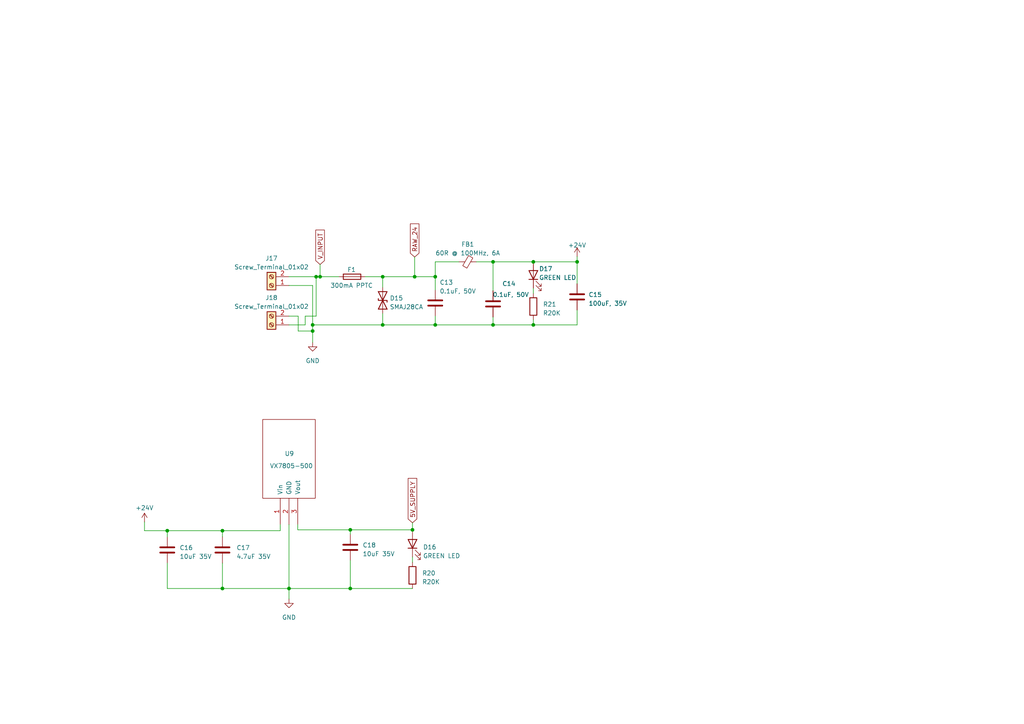
<source format=kicad_sch>
(kicad_sch (version 20230121) (generator eeschema)
  (paper "A4")
  (lib_symbols
    (symbol "LaserBoardR5:1.5KExxCA" (pin_numbers hide) (pin_names (offset 1.016) hide)
      (property "Reference" "D" (at 0 2.54 0))
      (property "Value" "1.5KExxCA" (at 0 -2.54 0))
      (symbol "1.5KExxCA_0_1"
        (polyline (pts (xy 1.27 0) (xy -1.27 0)))
        (polyline (pts (xy -2.54 -1.27) (xy 0 0) (xy -2.54 1.27) (xy -2.54 -1.27)) (stroke (width 0.254)))
        (polyline (pts (xy 0.508 1.27) (xy 0 1.27) (xy 0 -1.27) (xy -0.508 -1.27)) (stroke (width 0.254)))
        (polyline (pts (xy 2.54 1.27) (xy 2.54 -1.27) (xy 0 0) (xy 2.54 1.27)) (stroke (width 0.254)))
      )
      (symbol "1.5KExxCA_1_1"
        (pin passive line (at -3.81 0 0) (length 2.54) (name "A1") (number "1"))
        (pin passive line (at 3.81 0 180) (length 2.54) (name "A2") (number "2"))
      )
    )
    (symbol "LaserBoardR5:C" (pin_numbers hide) (pin_names (offset 0.254))
      (property "Reference" "C" (at 0.635 2.54 0))
      (property "Value" "C" (at 0.635 -2.54 0))
      (symbol "C_0_1"
        (polyline (pts (xy -2.032 -0.762) (xy 2.032 -0.762)) (stroke (width 0.508)))
        (polyline (pts (xy -2.032 0.762) (xy 2.032 0.762)) (stroke (width 0.508)))
      )
      (symbol "C_1_1"
        (pin passive line (at 0 3.81 270) (length 2.794) (name "~") (number "1"))
        (pin passive line (at 0 -3.81 90) (length 2.794) (name "~") (number "2"))
      )
    )
    (symbol "LaserBoardR5:FerriteBead_Small" (pin_numbers hide) (pin_names (offset 0))
      (property "Reference" "FB" (at 1.905 1.27 0))
      (property "Value" "FerriteBead_Small" (at 1.905 -1.27 0))
      (symbol "FerriteBead_Small_0_1"
        (polyline (pts (xy 0 -1.27) (xy 0 -0.7874)))
        (polyline (pts (xy 0 0.889) (xy 0 1.2954)))
        (polyline (pts (xy -1.8288 0.2794) (xy -1.1176 1.4986) (xy 1.8288 -0.2032) (xy 1.1176 -1.4224) (xy -1.8288 0.2794)))
      )
      (symbol "FerriteBead_Small_1_1"
        (pin passive line (at 0 2.54 270) (length 1.27) (name "~") (number "1"))
        (pin passive line (at 0 -2.54 90) (length 1.27) (name "~") (number "2"))
      )
    )
    (symbol "LaserBoardR5:Fuse" (pin_numbers hide) (pin_names (offset 0))
      (property "Reference" "F" (at 2.032 0 90))
      (property "Value" "Fuse" (at -1.905 0 90))
      (symbol "Fuse_0_1"
        (rectangle (start -0.762 -2.54) (end 0.762 2.54) (stroke (width 0.254)))
        (polyline (pts (xy 0 2.54) (xy 0 -2.54)))
      )
      (symbol "Fuse_1_1"
        (pin passive line (at 0 3.81 270) (length 1.27) (name "~") (number "1"))
        (pin passive line (at 0 -3.81 90) (length 1.27) (name "~") (number "2"))
      )
    )
    (symbol "LaserBoardR5:LED" (pin_numbers hide) (pin_names (offset 1.016) hide)
      (property "Reference" "D" (at 0 2.54 0))
      (property "Value" "LED" (at 0 -2.54 0))
      (symbol "LED_0_1"
        (polyline (pts (xy -1.27 -1.27) (xy -1.27 1.27)) (stroke (width 0.254)))
        (polyline (pts (xy -1.27 0) (xy 1.27 0)))
        (polyline (pts (xy 1.27 -1.27) (xy 1.27 1.27) (xy -1.27 0) (xy 1.27 -1.27)) (stroke (width 0.254)))
        (polyline (pts (xy -3.048 -0.762) (xy -4.572 -2.286) (xy -3.81 -2.286) (xy -4.572 -2.286) (xy -4.572 -1.524)))
        (polyline (pts (xy -1.778 -0.762) (xy -3.302 -2.286) (xy -2.54 -2.286) (xy -3.302 -2.286) (xy -3.302 -1.524)))
      )
      (symbol "LED_1_1"
        (pin passive line (at -3.81 0 0) (length 2.54) (name "K") (number "1"))
        (pin passive line (at 3.81 0 180) (length 2.54) (name "A") (number "2"))
      )
    )
    (symbol "LaserBoardR5:R" (pin_numbers hide) (pin_names (offset 0))
      (property "Reference" "R" (at 2.032 0 90))
      (property "Value" "R" (at 0 0 90))
      (symbol "R_0_1"
        (rectangle (start -1.016 -2.54) (end 1.016 2.54) (stroke (width 0.254)))
      )
      (symbol "R_1_1"
        (pin passive line (at 0 3.81 270) (length 1.27) (name "~") (number "1"))
        (pin passive line (at 0 -3.81 90) (length 1.27) (name "~") (number "2"))
      )
    )
    (symbol "LaserBoardR5:Screw_Terminal_01x02" (pin_names (offset 1.016) hide)
      (property "Reference" "J" (at 0 2.54 0))
      (property "Value" "Screw_Terminal_01x02" (at 0 -5.08 0))
      (symbol "Screw_Terminal_01x02_1_1"
        (rectangle (start -1.27 1.27) (end 1.27 -3.81) (stroke (width 0.254)) (fill (type background)))
        (circle (center 0 -2.54) (radius 0.635) (stroke (width 0.1524)))
        (polyline (pts (xy -0.5334 -2.2098) (xy 0.3302 -3.048)) (stroke (width 0.1524)))
        (polyline (pts (xy -0.5334 0.3302) (xy 0.3302 -0.508)) (stroke (width 0.1524)))
        (polyline (pts (xy -0.3556 -2.032) (xy 0.508 -2.8702)) (stroke (width 0.1524)))
        (polyline (pts (xy -0.3556 0.508) (xy 0.508 -0.3302)) (stroke (width 0.1524)))
        (circle (center 0 0) (radius 0.635) (stroke (width 0.1524)))
        (pin passive line (at -5.08 0 0) (length 3.81) (name "Pin_1") (number "1"))
        (pin passive line (at -5.08 -2.54 0) (length 3.81) (name "Pin_2") (number "2"))
      )
    )
    (symbol "LaserBoardR5:VX7805-500" (pin_names (offset 1.016))
      (property "Reference" "U" (at 0 -2.54 0))
      (property "Value" "VX7805-500" (at 0 2.54 0))
      (symbol "VX7805-500_1_0"
        (rectangle (start -11.43 -7.62) (end 11.43 7.62))
      )
      (symbol "VX7805-500_1_1"
        (pin power_in line (at -19.05 2.54 0) (length 7.62) (name "Vin") (number "1"))
        (pin unspecified line (at -19.05 0 0) (length 7.62) (name "GND") (number "2"))
        (pin power_out line (at -19.05 -2.54 0) (length 7.62) (name "Vout") (number "3"))
      )
    )
    (symbol "power:+24V" (power) (pin_names (offset 0))
      (property "Value" "+24V" (at 0 3.556 0))
      (symbol "+24V_0_1"
        (polyline (pts (xy -0.762 1.27) (xy 0 2.54)))
        (polyline (pts (xy 0 0) (xy 0 2.54)))
        (polyline (pts (xy 0 2.54) (xy 0.762 1.27)))
      )
      (symbol "+24V_1_1"
        (pin power_in line (at 0 0 90) (length 0) hide (name "+24V") (number "1"))
      )
    )
    (symbol "power:GND" (power) (pin_names (offset 0))
      (property "Value" "GND" (at 0 -3.81 0))
      (symbol "GND_0_1"
        (polyline (pts (xy 0 0) (xy 0 -1.27) (xy 1.27 -1.27) (xy 0 -2.54) (xy -1.27 -1.27) (xy 0 -1.27)))
      )
      (symbol "GND_1_1"
        (pin power_in line (at 0 0 270) (length 0) hide (name "GND") (number "1"))
      )
    )
  )
  (junction (at 64.516 170.688))
  (junction (at 48.514 153.924))
  (junction (at 110.998 94.234))
  (junction (at 119.634 153.67))
  (junction (at 110.998 80.264))
  (junction (at 143.002 94.234))
  (junction (at 143.002 75.946))
  (junction (at 90.678 94.234))
  (junction (at 101.6 170.688))
  (junction (at 90.678 96.012))
  (junction (at 154.686 94.234))
  (junction (at 120.269 80.264))
  (junction (at 126.238 94.234))
  (junction (at 101.6 153.67))
  (junction (at 83.82 170.688))
  (junction (at 154.686 75.946))
  (junction (at 126.238 80.264))
  (junction (at 64.516 153.924))
  (junction (at 167.386 75.946))
  (junction (at 91.694 80.264))
  (junction (at 92.837 80.264))
  (wire (pts (xy 154.686 92.71) (xy 154.686 94.234)))
  (wire (pts (xy 143.002 75.946) (xy 143.002 84.328)))
  (wire (pts (xy 88.519 94.234) (xy 88.519 91.694)))
  (wire (pts (xy 41.91 151.384) (xy 41.91 153.924)))
  (wire (pts (xy 90.678 96.012) (xy 90.678 99.314)))
  (wire (pts (xy 138.176 75.946) (xy 143.002 75.946)))
  (wire (pts (xy 105.918 80.264) (xy 110.998 80.264)))
  (wire (pts (xy 83.82 94.234) (xy 88.519 94.234)))
  (wire (pts (xy 48.514 153.924) (xy 48.514 155.702)))
  (wire (pts (xy 133.096 75.946) (xy 126.238 75.946)))
  (wire (pts (xy 41.91 153.924) (xy 48.514 153.924)))
  (wire (pts (xy 83.82 91.694) (xy 86.487 91.694)))
  (wire (pts (xy 154.686 75.946) (xy 167.386 75.946)))
  (wire (pts (xy 48.514 163.322) (xy 48.514 170.688)))
  (wire (pts (xy 81.28 152.146) (xy 81.28 153.924)))
  (wire (pts (xy 92.837 80.264) (xy 98.298 80.264)))
  (wire (pts (xy 126.238 80.264) (xy 126.238 84.074)))
  (wire (pts (xy 92.837 76.708) (xy 92.837 80.264)))
  (wire (pts (xy 126.238 94.234) (xy 143.002 94.234)))
  (wire (pts (xy 110.998 94.234) (xy 126.238 94.234)))
  (wire (pts (xy 101.6 153.67) (xy 119.634 153.67)))
  (wire (pts (xy 119.634 170.688) (xy 101.6 170.688)))
  (wire (pts (xy 90.678 82.804) (xy 90.678 94.234)))
  (wire (pts (xy 83.82 80.264) (xy 91.694 80.264)))
  (wire (pts (xy 120.269 80.264) (xy 126.238 80.264)))
  (wire (pts (xy 101.6 170.688) (xy 83.82 170.688)))
  (wire (pts (xy 90.678 94.234) (xy 110.998 94.234)))
  (wire (pts (xy 120.269 74.549) (xy 120.269 80.264)))
  (wire (pts (xy 86.36 153.67) (xy 101.6 153.67)))
  (wire (pts (xy 167.386 74.422) (xy 167.386 75.946)))
  (wire (pts (xy 101.6 162.56) (xy 101.6 170.688)))
  (wire (pts (xy 101.6 153.67) (xy 101.6 154.94)))
  (wire (pts (xy 64.516 163.322) (xy 64.516 170.688)))
  (wire (pts (xy 143.002 75.946) (xy 154.686 75.946)))
  (wire (pts (xy 91.694 80.264) (xy 92.837 80.264)))
  (wire (pts (xy 126.238 91.694) (xy 126.238 94.234)))
  (wire (pts (xy 110.998 90.932) (xy 110.998 94.234)))
  (wire (pts (xy 88.519 91.694) (xy 91.694 91.694)))
  (wire (pts (xy 119.634 153.67) (xy 119.634 153.924)))
  (wire (pts (xy 64.516 153.924) (xy 81.28 153.924)))
  (wire (pts (xy 119.634 151.638) (xy 119.634 153.67)))
  (wire (pts (xy 90.678 94.234) (xy 90.678 96.012)))
  (wire (pts (xy 83.82 170.688) (xy 64.516 170.688)))
  (wire (pts (xy 126.238 75.946) (xy 126.238 80.264)))
  (wire (pts (xy 110.998 80.264) (xy 120.269 80.264)))
  (wire (pts (xy 119.634 161.544) (xy 119.634 163.068)))
  (wire (pts (xy 110.998 80.264) (xy 110.998 83.312)))
  (wire (pts (xy 91.694 80.264) (xy 91.694 91.694)))
  (wire (pts (xy 83.82 152.146) (xy 83.82 170.688)))
  (wire (pts (xy 64.516 153.924) (xy 64.516 155.702)))
  (wire (pts (xy 143.002 94.234) (xy 154.686 94.234)))
  (wire (pts (xy 154.686 83.566) (xy 154.686 85.09)))
  (wire (pts (xy 48.514 153.924) (xy 64.516 153.924)))
  (wire (pts (xy 154.686 94.234) (xy 167.386 94.234)))
  (wire (pts (xy 64.516 170.688) (xy 48.514 170.688)))
  (wire (pts (xy 83.82 82.804) (xy 90.678 82.804)))
  (wire (pts (xy 143.002 91.948) (xy 143.002 94.234)))
  (wire (pts (xy 167.386 75.946) (xy 167.386 82.296)))
  (wire (pts (xy 86.36 152.146) (xy 86.36 153.67)))
  (wire (pts (xy 167.386 94.234) (xy 167.386 89.916)))
  (wire (pts (xy 83.82 170.688) (xy 83.82 173.736)))
  (wire (pts (xy 86.487 96.012) (xy 90.678 96.012)))
  (wire (pts (xy 86.487 91.694) (xy 86.487 96.012)))
  (global_label "RAW_24" (shape input) (at 120.269 74.549 90) (property "Intersheetrefs" "${INTERSHEET_REFS}" (effects hide)))
  (global_label "V_INPUT" (shape input) (at 92.837 76.708 90) (property "Intersheetrefs" "${INTERSHEET_REFS}" (effects hide)))
  (global_label "5V_SUPPLY" (shape input) (at 119.634 151.638 90) (property "Intersheetrefs" "${INTERSHEET_REFS}" (effects hide)))
  (symbol (lib_id "LaserBoardR5:C") (at 126.238 87.884 0) (unit 1)
    (property "Reference" "C13" (at 127.508 81.915 0) (effects (justify left)))
    (property "Value" "0.1uF, 50V" (at 127.508 84.455 0) (effects (justify left)))
    (property "Footprint" "LaserBoardR5:C_0603_1608Metric" (effects hide))
    (property "MouserPN" "80-C603C104K5RAC3121" (effects hide))
    (property "mpn" "C603C104K5RAC3121" (effects hide))
  )
  (symbol (lib_id "LaserBoardR5:Screw_Terminal_01x02") (at 78.74 94.234 180) (unit 1)
    (property "Reference" "J18" (at 78.74 86.36 0))
    (property "Value" "Screw_Terminal_01x02" (at 78.74 88.9 0))
    (property "Footprint" "LaserBoardR5:TerminalBlock_Phoenix_PT-1,5-2-5.0-H_1x02_P5.00mm_Horizontal" (effects hide))
    (property "Datasheet" "https://www.cuidevices.com/product/resource/tb002-500.pdf" (effects hide))
    (property "mpn" "TB002-500-02BE" (effects hide))
    (property "MouserPN" "490-TB002-500-02BE" (effects hide))
  )
  (symbol (lib_id "LaserBoardR5:R") (at 119.634 166.878 180) (unit 1)
    (property "Reference" "R20" (at 122.428 166.243 0) (effects (justify right)))
    (property "Value" "R20K" (at 122.428 168.783 0) (effects (justify right)))
    (property "Footprint" "LaserBoardR5:R_0603_1608Metric" (effects hide))
    (property "MouserPN" "603-RC0603JR-0720KL" (effects hide))
    (property "mpn" "RC0603JR-0720KL" (effects hide))
  )
  (symbol (lib_id "LaserBoardR5:VX7805-500") (at 83.82 133.096 90) (unit 1)
    (property "Reference" "U9" (at 82.55 131.572 90) (effects (justify right)))
    (property "Value" "VX7805-500" (at 78.232 135.128 90) (effects (justify right)))
    (property "Footprint" "LaserBoardR5:Converter_DCDC_CUI_VX78-500_THT" (effects hide))
    (property "Datasheet" "https://www.cui.com/product/resource/vx78-500.pdf" (effects hide))
    (property "MouserPN" "490-VX7805-500" (effects hide))
    (property "mpn" "VX7805-500" (effects hide))
  )
  (symbol (lib_id "LaserBoardR5:C") (at 167.386 86.106 0) (unit 1)
    (property "Reference" "C15" (at 170.688 85.471 0) (effects (justify left)))
    (property "Value" "100uF, 35V" (at 170.688 88.011 0) (effects (justify left)))
    (property "Footprint" "Capacitor_THT:CP_Radial_D6.3mm_P2.50mm" (effects hide))
    (property "mpn" "865080653016, UWT1V221MNL1GS" (effects hide))
    (property "MouserPN" "710-865080653016" (effects hide))
  )
  (symbol (lib_id "LaserBoardR5:C") (at 64.516 159.512 180) (unit 1)
    (property "Reference" "C17" (at 68.58 158.877 0) (effects (justify right)))
    (property "Value" "4.7uF 35V" (at 68.58 161.417 0) (effects (justify right)))
    (property "Footprint" "LaserBoardR5:C_0805_2012Metric" (effects hide))
    (property "MouserPN" "187-CL21A475KLCLQNC" (effects hide))
    (property "mpn" "CL21A475KLCLQNC" (effects hide))
  )
  (symbol (lib_id "power:+24V") (at 167.386 74.422 0) (unit 1)
    (property "Reference" "#PWR061" (effects hide))
    (property "Value" "+24V" (at 167.386 71.12 0))
  )
  (symbol (lib_id "LaserBoardR5:C") (at 48.514 159.512 0) (unit 1)
    (property "Reference" "C16" (at 52.07 158.877 0) (effects (justify left)))
    (property "Value" "10uF 35V" (at 52.07 161.417 0) (effects (justify left)))
    (property "Footprint" "LaserBoardR5:C_1210_3225Metric" (effects hide))
    (property "MouserPN" "187-CL32A106KAULNNE" (effects hide))
    (property "mpn" "CL32A106KAULNNE" (effects hide))
  )
  (symbol (lib_id "power:GND") (at 83.82 173.736 0) (unit 1)
    (property "Reference" "#PWR064" (effects hide))
    (property "Value" "GND" (at 83.82 179.07 0))
  )
  (symbol (lib_id "power:+24V") (at 41.91 151.384 0) (unit 1)
    (property "Reference" "#PWR063" (effects hide))
    (property "Value" "+24V" (at 41.91 147.32 0))
  )
  (symbol (lib_id "LaserBoardR5:LED") (at 119.634 157.734 90) (unit 1)
    (property "Reference" "D16" (at 122.682 158.6865 90) (effects (justify right)))
    (property "Value" "GREEN LED" (at 122.682 161.2265 90) (effects (justify right)))
    (property "Footprint" "LaserBoardR5:LED_0603_1608Metric" (effects hide))
    (property "MouserPN" "710-150060GS75000" (effects hide))
    (property "mpn" "150060GS75000" (effects hide))
  )
  (symbol (lib_id "LaserBoardR5:R") (at 154.686 88.9 180) (unit 1)
    (property "Reference" "R21" (at 157.48 88.265 0) (effects (justify right)))
    (property "Value" "R20K" (at 157.48 90.805 0) (effects (justify right)))
    (property "Footprint" "LaserBoardR5:R_0603_1608Metric" (effects hide))
    (property "MouserPN" "603-RC0603JR-0720KL" (effects hide))
    (property "mpn" "RC0603JR-0720KL" (effects hide))
  )
  (symbol (lib_id "LaserBoardR5:C") (at 101.6 158.75 0) (unit 1)
    (property "Reference" "C18" (at 105.156 158.115 0) (effects (justify left)))
    (property "Value" "10uF 35V" (at 105.156 160.655 0) (effects (justify left)))
    (property "Footprint" "LaserBoardR5:C_1210_3225Metric" (effects hide))
    (property "MouserPN" "187-CL32A106KAULNNE" (effects hide))
    (property "mpn" "CL32A106KAULNNE" (effects hide))
  )
  (symbol (lib_id "LaserBoardR5:Screw_Terminal_01x02") (at 78.74 82.804 180) (unit 1)
    (property "Reference" "J17" (at 78.74 74.93 0))
    (property "Value" "Screw_Terminal_01x02" (at 78.74 77.47 0))
    (property "Footprint" "LaserBoardR5:TerminalBlock_Phoenix_PT-1,5-2-5.0-H_1x02_P5.00mm_Horizontal" (effects hide))
    (property "Datasheet" "https://www.cuidevices.com/product/resource/tb002-500.pdf" (effects hide))
    (property "mpn" "TB002-500-02BE" (effects hide))
    (property "MouserPN" "490-TB002-500-02BE" (effects hide))
  )
  (symbol (lib_id "LaserBoardR5:FerriteBead_Small") (at 135.636 75.946 270) (unit 1)
    (property "Reference" "FB1" (at 135.6741 70.866 90))
    (property "Value" "60R @ 100MHz, 6A" (at 135.6741 73.406 90))
    (property "Footprint" "LaserBoardR5:L_1806_4516Metric_Pad1.45x1.90mm_HandSolder" (effects hide))
    (property "Datasheet" "https://www.murata.com/en-us/products/productdata/8796739862558/ENFA0007.pdf" (effects hide))
    (property "MouserPN" "81-BLM41P600S" (effects hide))
    (property "mpn" "BLM41PG600SN1L" (effects hide))
  )
  (symbol (lib_id "LaserBoardR5:LED") (at 154.686 79.756 90) (unit 1)
    (property "Reference" "D17" (at 156.337 77.978 90) (effects (justify right)))
    (property "Value" "GREEN LED" (at 156.337 80.518 90) (effects (justify right)))
    (property "Footprint" "LaserBoardR5:LED_0603_1608Metric" (effects hide))
    (property "MouserPN" "710-150060GS75000" (effects hide))
    (property "mpn" "150060GS75000" (effects hide))
  )
  (symbol (lib_id "LaserBoardR5:1.5KExxCA") (at 110.998 87.122 90) (unit 1)
    (property "Reference" "D15" (at 113.03 86.487 90) (effects (justify right)))
    (property "Value" "SMAJ28CA" (at 113.03 89.027 90) (effects (justify right)))
    (property "Footprint" "LaserBoardR5:D_SMA" (effects hide))
    (property "Datasheet" "https://www.littelfuse.com/~/media/electronics/datasheets/tvs_diodes/littelfuse_tvs_diode_smaj_datasheet.pdf.pdf" (effects hide))
    (property "MouserPN" "576-SMAJ28CA" (effects hide))
    (property "mpn" "SMAJ28CA" (effects hide))
  )
  (symbol (lib_id "power:GND") (at 90.678 99.314 0) (unit 1)
    (property "Reference" "#PWR060" (effects hide))
    (property "Value" "GND" (at 90.678 104.648 0))
  )
  (symbol (lib_id "LaserBoardR5:Fuse") (at 102.108 80.264 270) (unit 1)
    (property "Reference" "F1" (at 101.981 78.232 90))
    (property "Value" "300mA PPTC" (at 101.981 82.804 90))
    (property "Footprint" "LaserBoardR5:R_1812_4532Metric" (effects hide))
    (property "Datasheet" "https://www.littelfuse.com/~/media/electronics/product_specifications/resettable_ptcs/littelfuse_ptc_minismdc030f_2_product_specification.pdf.pdf" (effects hide))
    (property "mpn" "MINISMDC030F-2" (effects hide))
    (property "MouserPN" "650-MINISMDC030F-2" (effects hide))
  )
  (symbol (lib_id "LaserBoardR5:C") (at 143.002 88.138 0) (unit 1)
    (property "Reference" "C14" (at 145.669 82.296 0) (effects (justify left)))
    (property "Value" "0.1uF, 50V" (at 142.875 85.471 0) (effects (justify left)))
    (property "Footprint" "LaserBoardR5:C_0603_1608Metric" (effects hide))
    (property "MouserPN" "80-C603C104K5RAC3121" (effects hide))
    (property "mpn" "C603C104K5RAC3121" (effects hide))
  )
)
</source>
